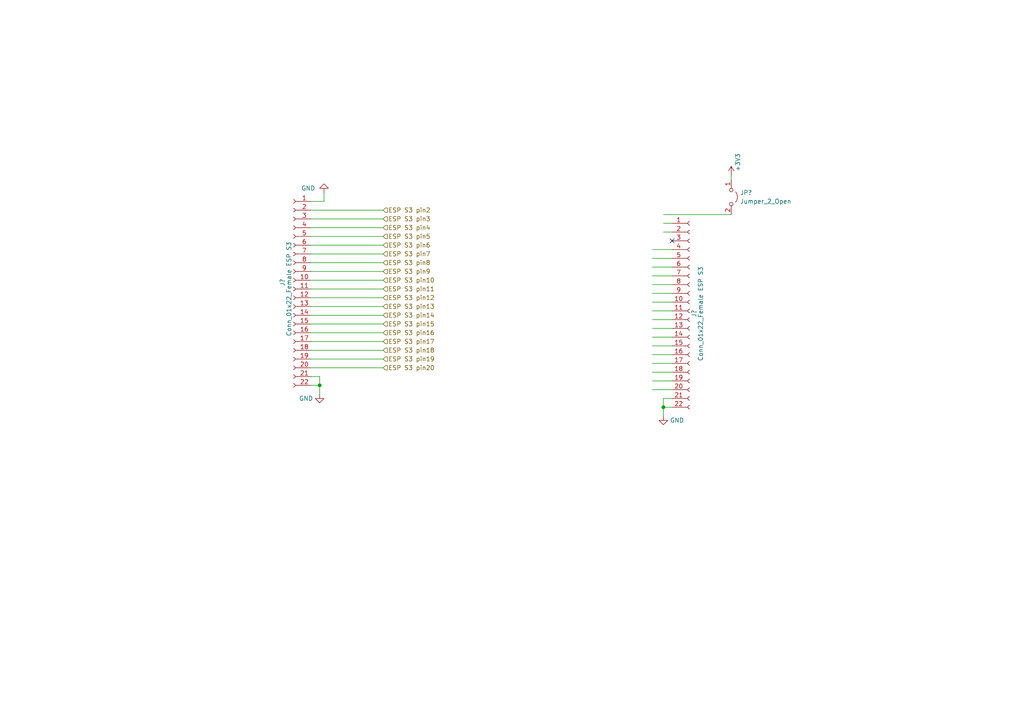
<source format=kicad_sch>
(kicad_sch (version 20211123) (generator eeschema)
  (paper "A4")
  (lib_symbols
    (symbol "Connector:Conn_01x22_Female" (pin_names (offset 1.016) hide)
      (property "Reference" "J" (at 0 27.94 0))
      (property "Value" "Conn_01x22_Female" (at 0 -30.48 0))
      (symbol "Conn_01x22_Female_1_1"
        (arc (start 0 -27.432) (mid -0.508 -27.94) (end 0 -28.448) (stroke (width 0.1524)))
        (arc (start 0 -24.892) (mid -0.508 -25.4) (end 0 -25.908) (stroke (width 0.1524)))
        (arc (start 0 -22.352) (mid -0.508 -22.86) (end 0 -23.368) (stroke (width 0.1524)))
        (arc (start 0 -19.812) (mid -0.508 -20.32) (end 0 -20.828) (stroke (width 0.1524)))
        (arc (start 0 -17.272) (mid -0.508 -17.78) (end 0 -18.288) (stroke (width 0.1524)))
        (arc (start 0 -14.732) (mid -0.508 -15.24) (end 0 -15.748) (stroke (width 0.1524)))
        (arc (start 0 -12.192) (mid -0.508 -12.7) (end 0 -13.208) (stroke (width 0.1524)))
        (arc (start 0 -9.652) (mid -0.508 -10.16) (end 0 -10.668) (stroke (width 0.1524)))
        (arc (start 0 -7.112) (mid -0.508 -7.62) (end 0 -8.128) (stroke (width 0.1524)))
        (arc (start 0 -4.572) (mid -0.508 -5.08) (end 0 -5.588) (stroke (width 0.1524)))
        (arc (start 0 -2.032) (mid -0.508 -2.54) (end 0 -3.048) (stroke (width 0.1524)))
        (polyline (pts (xy -1.27 -27.94) (xy -0.508 -27.94)) (stroke (width 0.1524)))
        (polyline (pts (xy -1.27 -25.4) (xy -0.508 -25.4)) (stroke (width 0.1524)))
        (polyline (pts (xy -1.27 -22.86) (xy -0.508 -22.86)) (stroke (width 0.1524)))
        (polyline (pts (xy -1.27 -20.32) (xy -0.508 -20.32)) (stroke (width 0.1524)))
        (polyline (pts (xy -1.27 -17.78) (xy -0.508 -17.78)) (stroke (width 0.1524)))
        (polyline (pts (xy -1.27 -15.24) (xy -0.508 -15.24)) (stroke (width 0.1524)))
        (polyline (pts (xy -1.27 -12.7) (xy -0.508 -12.7)) (stroke (width 0.1524)))
        (polyline (pts (xy -1.27 -10.16) (xy -0.508 -10.16)) (stroke (width 0.1524)))
        (polyline (pts (xy -1.27 -7.62) (xy -0.508 -7.62)) (stroke (width 0.1524)))
        (polyline (pts (xy -1.27 -5.08) (xy -0.508 -5.08)) (stroke (width 0.1524)))
        (polyline (pts (xy -1.27 -2.54) (xy -0.508 -2.54)) (stroke (width 0.1524)))
        (polyline (pts (xy -1.27 0) (xy -0.508 0)) (stroke (width 0.1524)))
        (polyline (pts (xy -1.27 2.54) (xy -0.508 2.54)) (stroke (width 0.1524)))
        (polyline (pts (xy -1.27 5.08) (xy -0.508 5.08)) (stroke (width 0.1524)))
        (polyline (pts (xy -1.27 7.62) (xy -0.508 7.62)) (stroke (width 0.1524)))
        (polyline (pts (xy -1.27 10.16) (xy -0.508 10.16)) (stroke (width 0.1524)))
        (polyline (pts (xy -1.27 12.7) (xy -0.508 12.7)) (stroke (width 0.1524)))
        (polyline (pts (xy -1.27 15.24) (xy -0.508 15.24)) (stroke (width 0.1524)))
        (polyline (pts (xy -1.27 17.78) (xy -0.508 17.78)) (stroke (width 0.1524)))
        (polyline (pts (xy -1.27 20.32) (xy -0.508 20.32)) (stroke (width 0.1524)))
        (polyline (pts (xy -1.27 22.86) (xy -0.508 22.86)) (stroke (width 0.1524)))
        (polyline (pts (xy -1.27 25.4) (xy -0.508 25.4)) (stroke (width 0.1524)))
        (arc (start 0 0.508) (mid -0.508 0) (end 0 -0.508) (stroke (width 0.1524)))
        (arc (start 0 3.048) (mid -0.508 2.54) (end 0 2.032) (stroke (width 0.1524)))
        (arc (start 0 5.588) (mid -0.508 5.08) (end 0 4.572) (stroke (width 0.1524)))
        (arc (start 0 8.128) (mid -0.508 7.62) (end 0 7.112) (stroke (width 0.1524)))
        (arc (start 0 10.668) (mid -0.508 10.16) (end 0 9.652) (stroke (width 0.1524)))
        (arc (start 0 13.208) (mid -0.508 12.7) (end 0 12.192) (stroke (width 0.1524)))
        (arc (start 0 15.748) (mid -0.508 15.24) (end 0 14.732) (stroke (width 0.1524)))
        (arc (start 0 18.288) (mid -0.508 17.78) (end 0 17.272) (stroke (width 0.1524)))
        (arc (start 0 20.828) (mid -0.508 20.32) (end 0 19.812) (stroke (width 0.1524)))
        (arc (start 0 23.368) (mid -0.508 22.86) (end 0 22.352) (stroke (width 0.1524)))
        (arc (start 0 25.908) (mid -0.508 25.4) (end 0 24.892) (stroke (width 0.1524)))
        (pin passive line (at -5.08 25.4 0) (length 3.81) (name "Pin_1") (number "1"))
        (pin passive line (at -5.08 2.54 0) (length 3.81) (name "Pin_10") (number "10"))
        (pin passive line (at -5.08 0 0) (length 3.81) (name "Pin_11") (number "11"))
        (pin passive line (at -5.08 -2.54 0) (length 3.81) (name "Pin_12") (number "12"))
        (pin passive line (at -5.08 -5.08 0) (length 3.81) (name "Pin_13") (number "13"))
        (pin passive line (at -5.08 -7.62 0) (length 3.81) (name "Pin_14") (number "14"))
        (pin passive line (at -5.08 -10.16 0) (length 3.81) (name "Pin_15") (number "15"))
        (pin passive line (at -5.08 -12.7 0) (length 3.81) (name "Pin_16") (number "16"))
        (pin passive line (at -5.08 -15.24 0) (length 3.81) (name "Pin_17") (number "17"))
        (pin passive line (at -5.08 -17.78 0) (length 3.81) (name "Pin_18") (number "18"))
        (pin passive line (at -5.08 -20.32 0) (length 3.81) (name "Pin_19") (number "19"))
        (pin passive line (at -5.08 22.86 0) (length 3.81) (name "Pin_2") (number "2"))
        (pin passive line (at -5.08 -22.86 0) (length 3.81) (name "Pin_20") (number "20"))
        (pin passive line (at -5.08 -25.4 0) (length 3.81) (name "Pin_21") (number "21"))
        (pin passive line (at -5.08 -27.94 0) (length 3.81) (name "Pin_22") (number "22"))
        (pin passive line (at -5.08 20.32 0) (length 3.81) (name "Pin_3") (number "3"))
        (pin passive line (at -5.08 17.78 0) (length 3.81) (name "Pin_4") (number "4"))
        (pin passive line (at -5.08 15.24 0) (length 3.81) (name "Pin_5") (number "5"))
        (pin passive line (at -5.08 12.7 0) (length 3.81) (name "Pin_6") (number "6"))
        (pin passive line (at -5.08 10.16 0) (length 3.81) (name "Pin_7") (number "7"))
        (pin passive line (at -5.08 7.62 0) (length 3.81) (name "Pin_8") (number "8"))
        (pin passive line (at -5.08 5.08 0) (length 3.81) (name "Pin_9") (number "9"))
      )
    )
    (symbol "Jumper:Jumper_2_Open" (pin_names (offset 0) hide)
      (property "Reference" "JP" (at 0 2.794 0))
      (property "Value" "Jumper_2_Open" (at 0 -2.286 0))
      (symbol "Jumper_2_Open_0_0"
        (circle (center -2.032 0) (radius 0.508))
        (circle (center 2.032 0) (radius 0.508))
      )
      (symbol "Jumper_2_Open_0_1"
        (arc (start 1.524 1.27) (mid 0 1.778) (end -1.524 1.27))
      )
      (symbol "Jumper_2_Open_1_1"
        (pin passive line (at -5.08 0 0) (length 2.54) (name "A") (number "1"))
        (pin passive line (at 5.08 0 180) (length 2.54) (name "B") (number "2"))
      )
    )
    (symbol "power:+3V3" (power) (pin_names (offset 0))
      (property "Value" "+3V3" (at 0 3.556 0))
      (symbol "+3V3_0_1"
        (polyline (pts (xy -0.762 1.27) (xy 0 2.54)))
        (polyline (pts (xy 0 0) (xy 0 2.54)))
        (polyline (pts (xy 0 2.54) (xy 0.762 1.27)))
      )
      (symbol "+3V3_1_1"
        (pin power_in line (at 0 0 90) (length 0) hide (name "+3V3") (number "1"))
      )
    )
    (symbol "power:GND" (power) (pin_names (offset 0))
      (property "Value" "GND" (at 0 -3.81 0))
      (symbol "GND_0_1"
        (polyline (pts (xy 0 0) (xy 0 -1.27) (xy 1.27 -1.27) (xy 0 -2.54) (xy -1.27 -1.27) (xy 0 -1.27)))
      )
      (symbol "GND_1_1"
        (pin power_in line (at 0 0 270) (length 0) hide (name "GND") (number "1"))
      )
    )
  )
  (junction (at 92.71 111.76))
  (junction (at 192.405 118.11))
  (no_connect (at 194.945 69.85))
  (wire (pts (xy 189.23 77.47) (xy 194.945 77.47)))
  (wire (pts (xy 111.125 83.82) (xy 90.17 83.82)))
  (wire (pts (xy 189.23 102.87) (xy 194.945 102.87)))
  (wire (pts (xy 189.23 105.41) (xy 194.945 105.41)))
  (wire (pts (xy 189.23 87.63) (xy 194.945 87.63)))
  (wire (pts (xy 192.405 115.57) (xy 194.945 115.57)))
  (wire (pts (xy 192.405 115.57) (xy 192.405 118.11)))
  (wire (pts (xy 92.71 111.76) (xy 92.71 114.3)))
  (wire (pts (xy 189.23 80.01) (xy 194.945 80.01)))
  (wire (pts (xy 111.125 71.12) (xy 90.17 71.12)))
  (wire (pts (xy 189.23 92.71) (xy 194.945 92.71)))
  (wire (pts (xy 111.125 96.52) (xy 90.17 96.52)))
  (wire (pts (xy 111.125 81.28) (xy 90.17 81.28)))
  (wire (pts (xy 92.71 109.22) (xy 92.71 111.76)))
  (wire (pts (xy 111.125 91.44) (xy 90.17 91.44)))
  (wire (pts (xy 194.945 118.11) (xy 192.405 118.11)))
  (wire (pts (xy 189.23 113.03) (xy 194.945 113.03)))
  (wire (pts (xy 90.17 63.5) (xy 111.125 63.5)))
  (wire (pts (xy 189.23 82.55) (xy 194.945 82.55)))
  (wire (pts (xy 189.23 85.09) (xy 194.945 85.09)))
  (wire (pts (xy 111.125 73.66) (xy 90.17 73.66)))
  (wire (pts (xy 189.23 95.25) (xy 194.945 95.25)))
  (wire (pts (xy 111.125 101.6) (xy 90.17 101.6)))
  (wire (pts (xy 192.405 62.23) (xy 212.09 62.23)))
  (wire (pts (xy 189.23 97.79) (xy 194.945 97.79)))
  (wire (pts (xy 189.23 74.93) (xy 194.945 74.93)))
  (wire (pts (xy 111.125 99.06) (xy 90.17 99.06)))
  (wire (pts (xy 111.125 68.58) (xy 90.17 68.58)))
  (wire (pts (xy 189.23 72.39) (xy 194.945 72.39)))
  (wire (pts (xy 189.23 100.33) (xy 194.945 100.33)))
  (wire (pts (xy 192.405 118.11) (xy 192.405 120.65)))
  (wire (pts (xy 90.17 60.96) (xy 111.125 60.96)))
  (wire (pts (xy 111.125 88.9) (xy 90.17 88.9)))
  (wire (pts (xy 111.125 104.14) (xy 90.17 104.14)))
  (wire (pts (xy 111.125 66.04) (xy 90.17 66.04)))
  (wire (pts (xy 90.17 111.76) (xy 92.71 111.76)))
  (wire (pts (xy 192.405 64.77) (xy 194.945 64.77)))
  (wire (pts (xy 194.945 67.31) (xy 192.405 67.31)))
  (wire (pts (xy 189.23 107.95) (xy 194.945 107.95)))
  (wire (pts (xy 92.71 109.22) (xy 90.17 109.22)))
  (wire (pts (xy 111.125 93.98) (xy 90.17 93.98)))
  (wire (pts (xy 93.98 58.42) (xy 90.17 58.42)))
  (wire (pts (xy 212.09 52.07) (xy 212.09 50.8)))
  (wire (pts (xy 189.23 90.17) (xy 194.945 90.17)))
  (wire (pts (xy 93.98 55.88) (xy 93.98 58.42)))
  (wire (pts (xy 111.125 86.36) (xy 90.17 86.36)))
  (wire (pts (xy 111.125 106.68) (xy 90.17 106.68)))
  (wire (pts (xy 111.125 76.2) (xy 90.17 76.2)))
  (wire (pts (xy 111.125 78.74) (xy 90.17 78.74)))
  (wire (pts (xy 189.23 110.49) (xy 194.945 110.49)))
  (hierarchical_label "ESP S3 pin14" (shape input) (at 111.125 91.44 0))
  (hierarchical_label "ESP S3 pin9" (shape input) (at 111.125 78.74 0))
  (hierarchical_label "ESP S3 pin17" (shape input) (at 111.125 99.06 0))
  (hierarchical_label "ESP S3 pin3" (shape input) (at 111.125 63.5 0))
  (hierarchical_label "ESP S3 pin7" (shape input) (at 111.125 73.66 0))
  (hierarchical_label "ESP S3 pin11" (shape input) (at 111.125 83.82 0))
  (hierarchical_label "ESP S3 pin8" (shape input) (at 111.125 76.2 0))
  (hierarchical_label "ESP S3 pin20" (shape input) (at 111.125 106.68 0))
  (hierarchical_label "ESP S3 pin5" (shape input) (at 111.125 68.58 0))
  (hierarchical_label "ESP S3 pin6" (shape input) (at 111.125 71.12 0))
  (hierarchical_label "ESP S3 pin2" (shape input) (at 111.125 60.96 0))
  (hierarchical_label "ESP S3 pin12" (shape input) (at 111.125 86.36 0))
  (hierarchical_label "ESP S3 pin19" (shape input) (at 111.125 104.14 0))
  (hierarchical_label "ESP S3 pin13" (shape input) (at 111.125 88.9 0))
  (hierarchical_label "ESP S3 pin16" (shape input) (at 111.125 96.52 0))
  (hierarchical_label "ESP S3 pin18" (shape input) (at 111.125 101.6 0))
  (hierarchical_label "ESP S3 pin15" (shape input) (at 111.125 93.98 0))
  (hierarchical_label "ESP S3 pin10" (shape input) (at 111.125 81.28 0))
  (hierarchical_label "ESP S3 pin4" (shape input) (at 111.125 66.04 0))
  (symbol (lib_id "power:GND") (at 93.98 55.88 0) (mirror x) (unit 1)
    (property "Reference" "#PWR?" (effects hide))
    (property "Value" "GND" (at 91.44 54.6099 0) (effects (justify right)))
  )
  (symbol (lib_id "Connector:Conn_01x22_Female") (at 85.09 83.82 0) (mirror y) (unit 1)
    (property "Reference" "J?" (at 81.915 81.915 90))
    (property "Value" "Conn_01x22_Female ESP S3" (at 83.82 83.82 90))
    (property "Footprint" "Connector_PinSocket_2.54mm:PinSocket_1x22_P2.54mm_Vertical" (effects hide))
    (property "LCSC" "C2886702" (effects hide))
  )
  (symbol (lib_id "power:GND") (at 92.71 114.3 0) (mirror y) (unit 1)
    (property "Reference" "#PWR?" (effects hide))
    (property "Value" "GND" (at 90.805 115.5699 0) (effects (justify left)))
  )
  (symbol (lib_id "power:GND") (at 192.405 120.65 0) (unit 1)
    (property "Reference" "#PWR?" (effects hide))
    (property "Value" "GND" (at 194.31 121.92 0) (effects (justify left)))
  )
  (symbol (lib_id "Connector:Conn_01x22_Female") (at 200.025 90.17 0) (unit 1)
    (property "Reference" "J?" (at 201.295 92.075 90) (effects (justify left)))
    (property "Value" "Conn_01x22_Female ESP S3" (at 203.2 104.775 90) (effects (justify left)))
    (property "Footprint" "Connector_PinSocket_2.54mm:PinSocket_1x22_P2.54mm_Vertical" (effects hide))
    (property "LCSC" "C2886702" (effects hide))
  )
  (symbol (lib_id "power:+3V3") (at 212.09 50.8 0) (unit 1)
    (property "Reference" "#PWR?" (effects hide))
    (property "Value" "+3V3" (at 213.995 44.45 90) (effects (justify right)))
  )
  (symbol (lib_id "Jumper:Jumper_2_Open") (at 212.09 57.15 270) (unit 1)
    (property "Reference" "JP?" (at 214.63 55.8799 90) (effects (justify left)))
    (property "Value" "Jumper_2_Open" (at 214.63 58.4199 90) (effects (justify left)))
    (property "Footprint" "Connector_PinHeader_2.54mm:PinHeader_1x02_P2.54mm_Vertical" (effects hide))
    (property "LCSC" "C2905434" (effects hide))
  )
)
</source>
